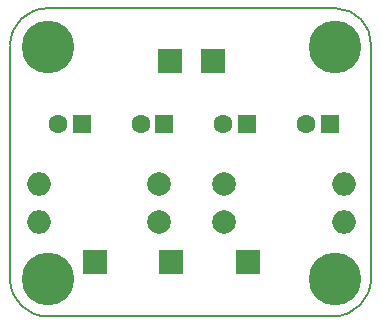
<source format=gbs>
G04 #@! TF.FileFunction,Soldermask,Bot*
%FSLAX46Y46*%
G04 Gerber Fmt 4.6, Leading zero omitted, Abs format (unit mm)*
G04 Created by KiCad (PCBNEW 4.0.7) date 10/31/19 18:50:43*
%MOMM*%
%LPD*%
G01*
G04 APERTURE LIST*
%ADD10C,0.100000*%
%ADD11C,0.150000*%
%ADD12R,2.100000X2.100000*%
%ADD13C,2.000000*%
%ADD14O,2.000000X2.000000*%
%ADD15C,4.464000*%
%ADD16R,1.600000X1.600000*%
%ADD17C,1.600000*%
G04 APERTURE END LIST*
D10*
D11*
X157612000Y-82707000D02*
X182095000Y-82707000D01*
X157620000Y-108776000D02*
X181851000Y-108776000D01*
X154467000Y-105770000D02*
X154467000Y-85863000D01*
X185023000Y-85794000D02*
X185023000Y-105636000D01*
X154472000Y-105697000D02*
G75*
G03X157685000Y-108794000I3155000J58000D01*
G01*
X181849000Y-108789000D02*
G75*
G03X185035000Y-105603000I0J3186000D01*
G01*
X157628000Y-82710000D02*
G75*
G03X154479000Y-85819000I-20000J-3129000D01*
G01*
X185037000Y-85803000D02*
G75*
G03X182065000Y-82709000I-3033000J61000D01*
G01*
D12*
X161658000Y-104204000D03*
X168128000Y-104150000D03*
X174589000Y-104201000D03*
X171631000Y-87193000D03*
X168025000Y-87194000D03*
D13*
X172557000Y-100787000D03*
D14*
X182717000Y-100787000D03*
D13*
X172558000Y-97622000D03*
D14*
X182718000Y-97622000D03*
D13*
X167061000Y-100782000D03*
D14*
X156901000Y-100782000D03*
D13*
X167061000Y-97582000D03*
D14*
X156901000Y-97582000D03*
D15*
X157724000Y-85989000D03*
X181954000Y-85965000D03*
X157658000Y-105644000D03*
X181945000Y-105641000D03*
D16*
X174531000Y-92481000D03*
D17*
X172531000Y-92481000D03*
D16*
X181547000Y-92469000D03*
D17*
X179547000Y-92469000D03*
D16*
X160533000Y-92481000D03*
D17*
X158533000Y-92481000D03*
D16*
X167531000Y-92479000D03*
D17*
X165531000Y-92479000D03*
M02*

</source>
